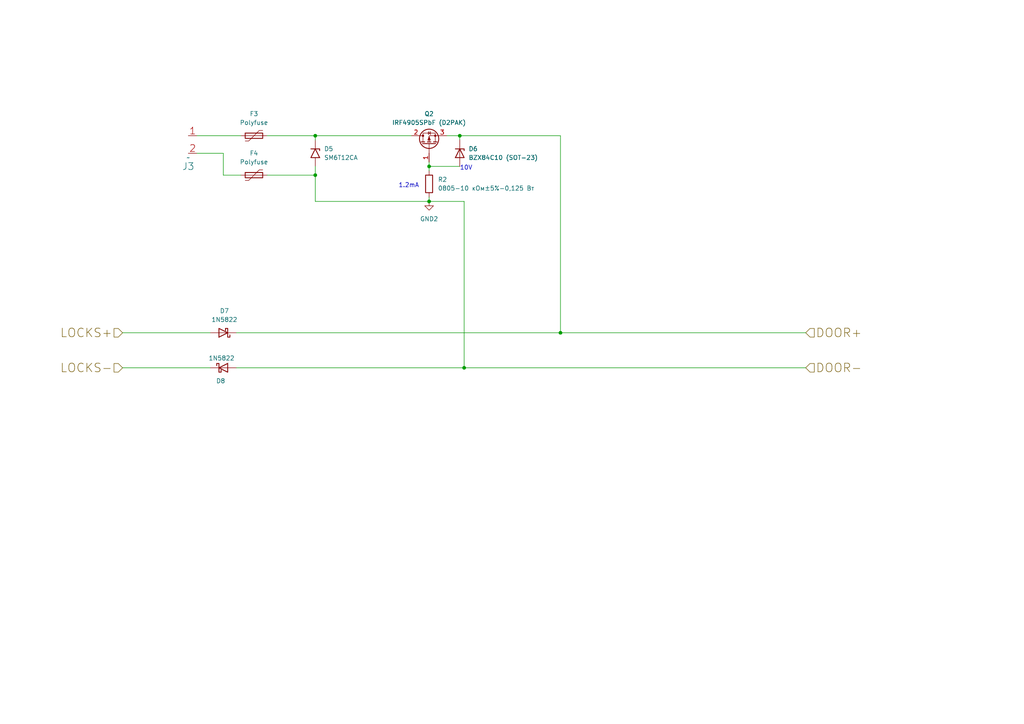
<source format=kicad_sch>
(kicad_sch (version 20231120) (generator "eeschema") (generator_version "8.0")
  (paper "A4")
  (lib_symbols
    (symbol "Connector:Conn_01x02_(wide)"
      (property "Reference" "J" (at 0 0 0))
      (symbol "Conn_01x02_(wide)_1_1"
        (pin input line (at -2.54 -5.08 0) (length 2.54) (name "") (number "1"))
        (pin input line (at -2.54 -10.16 0) (length 2.54) (name "") (number "2"))
      )
    )
    (symbol "Device:Polyfuse" (pin_numbers hide) (pin_names (offset 0))
      (property "Reference" "F" (at -2.54 0 90))
      (property "Value" "Polyfuse" (at 2.54 0 90))
      (symbol "Polyfuse_0_1"
        (rectangle (start -0.762 2.54) (end 0.762 -2.54) (stroke (width 0.254)))
        (polyline (pts (xy 0 2.54) (xy 0 -2.54)))
        (polyline (pts (xy -1.524 2.54) (xy -1.524 1.524) (xy 1.524 -1.524) (xy 1.524 -2.54)))
      )
      (symbol "Polyfuse_1_1"
        (pin passive line (at 0 3.81 270) (length 1.27) (name "~") (number "1"))
        (pin passive line (at 0 -3.81 90) (length 1.27) (name "~") (number "2"))
      )
    )
    (symbol "Device:R" (pin_numbers hide) (pin_names (offset 0))
      (property "Reference" "R" (at 2.032 0 90))
      (property "Value" "R" (at 0 0 90))
      (symbol "R_0_1"
        (rectangle (start -1.016 -2.54) (end 1.016 2.54) (stroke (width 0.254)))
      )
      (symbol "R_1_1"
        (pin passive line (at 0 3.81 270) (length 1.27) (name "~") (number "1"))
        (pin passive line (at 0 -3.81 90) (length 1.27) (name "~") (number "2"))
      )
    )
    (symbol "Diode:1N5822" (pin_numbers hide) (pin_names (offset 1.016) hide)
      (property "Reference" "D" (at 0 2.54 0))
      (property "Value" "1N5822" (at 0 -2.54 0))
      (symbol "1N5822_0_1"
        (polyline (pts (xy 1.27 0) (xy -1.27 0)))
        (polyline (pts (xy 1.27 1.27) (xy 1.27 -1.27) (xy -1.27 0) (xy 1.27 1.27)) (stroke (width 0.254)))
        (polyline (pts (xy -1.905 0.635) (xy -1.905 1.27) (xy -1.27 1.27) (xy -1.27 -1.27) (xy -0.635 -1.27) (xy -0.635 -0.635)) (stroke (width 0.254)))
      )
      (symbol "1N5822_1_1"
        (pin passive line (at -3.81 0 0) (length 2.54) (name "K") (number "1"))
        (pin passive line (at 3.81 0 180) (length 2.54) (name "A") (number "2"))
      )
    )
    (symbol "Diode:BZX84Cxx" (pin_numbers hide) (pin_names hide)
      (property "Reference" "D" (at 0 3.81 0))
      (property "Value" "BZX84Cxx" (at 0 -3.81 0))
      (symbol "BZX84Cxx_0_1"
        (polyline (pts (xy 1.27 0) (xy -1.27 0)))
        (polyline (pts (xy -1.27 -1.27) (xy -1.27 1.27) (xy -0.762 1.27)) (stroke (width 0.254)))
        (polyline (pts (xy 1.27 -1.27) (xy 1.27 1.27) (xy -1.27 0) (xy 1.27 -1.27)) (stroke (width 0.254)))
      )
      (symbol "BZX84Cxx_1_1"
        (pin passive line (at 3.81 0 180) (length 2.54) (name "A") (number "1"))
        (pin no_connect line (at 1.27 0 180) (length 2.54) hide (name "NC") (number "2"))
        (pin passive line (at -3.81 0 0) (length 2.54) (name "K") (number "3"))
      )
    )
    (symbol "Diode:SM6T12A" (pin_numbers hide) (pin_names (offset 1.016) hide)
      (property "Reference" "D" (at 0 2.54 0))
      (property "Value" "SM6T12A" (at 0 -2.54 0))
      (symbol "SM6T12A_0_1"
        (polyline (pts (xy -0.762 1.27) (xy -1.27 1.27) (xy -1.27 -1.27)) (stroke (width 0.254)))
        (polyline (pts (xy 1.27 1.27) (xy 1.27 -1.27) (xy -1.27 0) (xy 1.27 1.27)) (stroke (width 0.254)))
      )
      (symbol "SM6T12A_1_1"
        (pin passive line (at -3.81 0 0) (length 2.54) (name "A1") (number "1"))
        (pin passive line (at 3.81 0 180) (length 2.54) (name "A2") (number "2"))
      )
    )
    (symbol "Transistor_FET:IRF4905" (pin_names hide)
      (property "Reference" "Q" (at 5.08 1.905 0))
      (property "Value" "IRF4905" (at 5.08 0 0))
      (symbol "IRF4905_0_1"
        (polyline (pts (xy 0.254 0) (xy -2.54 0)))
        (polyline (pts (xy 0.254 1.905) (xy 0.254 -1.905)) (stroke (width 0.254)))
        (polyline (pts (xy 0.762 -1.27) (xy 0.762 -2.286)) (stroke (width 0.254)))
        (polyline (pts (xy 0.762 0.508) (xy 0.762 -0.508)) (stroke (width 0.254)))
        (polyline (pts (xy 0.762 2.286) (xy 0.762 1.27)) (stroke (width 0.254)))
        (polyline (pts (xy 2.54 2.54) (xy 2.54 1.778)))
        (polyline (pts (xy 2.54 -2.54) (xy 2.54 0) (xy 0.762 0)))
        (polyline (pts (xy 0.762 1.778) (xy 3.302 1.778) (xy 3.302 -1.778) (xy 0.762 -1.778)))
        (polyline (pts (xy 2.286 0) (xy 1.27 0.381) (xy 1.27 -0.381) (xy 2.286 0)) (fill (type outline)))
        (polyline (pts (xy 2.794 -0.508) (xy 2.921 -0.381) (xy 3.683 -0.381) (xy 3.81 -0.254)))
        (polyline (pts (xy 3.302 -0.381) (xy 2.921 0.254) (xy 3.683 0.254) (xy 3.302 -0.381)))
        (circle (center 1.651 0) (radius 2.794) (stroke (width 0.254)))
        (circle (center 2.54 -1.778) (radius 0.254) (fill (type outline)))
        (circle (center 2.54 1.778) (radius 0.254) (fill (type outline)))
      )
      (symbol "IRF4905_1_1"
        (pin input line (at -5.08 0 0) (length 2.54) (name "G") (number "1"))
        (pin passive line (at 2.54 5.08 270) (length 2.54) (name "D") (number "2"))
        (pin passive line (at 2.54 -5.08 90) (length 2.54) (name "S") (number "3"))
      )
    )
    (symbol "power:GND2" (power) (pin_numbers hide) (pin_names (offset 0) hide)
      (property "Value" "GND2" (at 0 -3.81 0))
      (symbol "GND2_0_1"
        (polyline (pts (xy 0 0) (xy 0 -1.27) (xy 1.27 -1.27) (xy 0 -2.54) (xy -1.27 -1.27) (xy 0 -1.27)))
      )
      (symbol "GND2_1_1"
        (pin power_in line (at 0 0 270) (length 0) (name "~") (number "1"))
      )
    )
  )
  (junction (at 124.46 48.26))
  (junction (at 133.35 39.37))
  (junction (at 91.44 50.8))
  (junction (at 124.46 58.42))
  (junction (at 134.62 106.68))
  (junction (at 91.44 39.37))
  (junction (at 162.56 96.52))
  (wire (pts (xy 124.46 58.42) (xy 124.46 57.15)))
  (wire (pts (xy 35.56 106.68) (xy 60.96 106.68)))
  (wire (pts (xy 133.35 39.37) (xy 162.56 39.37)))
  (wire (pts (xy 162.56 39.37) (xy 162.56 96.52)))
  (wire (pts (xy 129.54 39.37) (xy 133.35 39.37)))
  (wire (pts (xy 124.46 48.26) (xy 124.46 49.53)))
  (wire (pts (xy 57.15 39.37) (xy 69.85 39.37)))
  (wire (pts (xy 64.77 44.45) (xy 64.77 50.8)))
  (wire (pts (xy 124.46 58.42) (xy 134.62 58.42)))
  (wire (pts (xy 35.56 96.52) (xy 60.96 96.52)))
  (wire (pts (xy 134.62 106.68) (xy 233.68 106.68)))
  (wire (pts (xy 91.44 39.37) (xy 119.38 39.37)))
  (wire (pts (xy 91.44 58.42) (xy 124.46 58.42)))
  (wire (pts (xy 68.58 106.68) (xy 134.62 106.68)))
  (wire (pts (xy 134.62 58.42) (xy 134.62 106.68)))
  (wire (pts (xy 162.56 96.52) (xy 233.68 96.52)))
  (wire (pts (xy 91.44 50.8) (xy 91.44 58.42)))
  (wire (pts (xy 124.46 46.99) (xy 124.46 48.26)))
  (wire (pts (xy 91.44 50.8) (xy 91.44 48.26)))
  (wire (pts (xy 133.35 39.37) (xy 133.35 40.64)))
  (wire (pts (xy 77.47 39.37) (xy 91.44 39.37)))
  (wire (pts (xy 57.15 44.45) (xy 64.77 44.45)))
  (wire (pts (xy 91.44 40.64) (xy 91.44 39.37)))
  (wire (pts (xy 68.58 96.52) (xy 162.56 96.52)))
  (wire (pts (xy 77.47 50.8) (xy 91.44 50.8)))
  (wire (pts (xy 133.35 48.26) (xy 124.46 48.26)))
  (wire (pts (xy 64.77 50.8) (xy 69.85 50.8)))
  (text "10V" (at 133.35 49.53 0) (effects (font (size 1.27 1.27)) (justify left bottom)))
  (text "1.2mA" (at 115.57 54.61 0) (effects (font (size 1.27 1.27)) (justify left bottom)))
  (hierarchical_label "LOCKS-" (shape input) (at 35.56 106.68 180) (effects (font (size 2.5 2.5))))
  (hierarchical_label "DOOR+" (shape input) (at 233.68 96.52 0) (effects (font (size 2.5 2.5))))
  (hierarchical_label "LOCKS+" (shape input) (at 35.56 96.52 180) (effects (font (size 2.5 2.5))))
  (hierarchical_label "DOOR-" (shape input) (at 233.68 106.68 0) (effects (font (size 2.5 2.5))))
  (symbol (lib_id "Connector:Conn_01x02_(wide)") (at 54.61 34.29 0) (mirror y) (unit 1)
    (property "Reference" "J2" (at 54.61 48.26 0) (effects (font (size 2 2))))
    (property "Value" "~" (at 54.61 45.72 0))
    (instances (project "Узел Питания и управления" (path "" (reference "J3") (unit 1)) (path "" (reference "J6") (unit 1)) (path "" (reference "J5") (unit 1)) (path "" (reference "J2") (unit 1)) (path "" (reference "J4") (unit 1)) (path "" (reference "J7") (unit 1))))
  )
  (symbol (lib_id "Transistor_FET:IRF4905") (at 124.46 41.91 90) (unit 1)
    (property "Reference" "Q1" (at 124.46 33.02 90))
    (property "Value" "IRF4905SPbF (D2PAK)" (at 124.46 35.56 90))
    (property "Footprint" "Package_TO_SOT_SMD:TO-263-2" (effects (hide yes)))
    (property "Datasheet" "http://www.infineon.com/dgdl/irf4905.pdf?fileId=5546d462533600a4015355e32165197c" (effects (hide yes)))
    (property "Description" "-74A Id, -55V Vds, Single P-Channel HEXFET Power MOSFET, 20mOhm Ron, TO-220AB" (effects (hide yes)))
    (instances (project "Узел Питания и управления" (path "" (reference "Q2") (unit 1)) (path "" (reference "Q5") (unit 1)) (path "" (reference "Q4") (unit 1)) (path "" (reference "Q1") (unit 1)) (path "" (reference "Q3") (unit 1)) (path "" (reference "Q6") (unit 1))))
  )
  (symbol (lib_id "Device:Polyfuse") (at 73.66 39.37 90) (unit 1)
    (property "Reference" "F3" (at 73.66 33.02 90))
    (property "Value" "Polyfuse" (at 73.66 35.56 90))
    (property "Description" "Resettable fuse, polymeric positive temperature coefficient" (effects (hide yes)))
    (instances (project "Узел Питания и управления" (path "" (reference "F3") (unit 1)) (path "" (reference "F9") (unit 1)) (path "" (reference "F7") (unit 1)) (path "" (reference "F5") (unit 1)) (path "" (reference "F11") (unit 1))))
  )
  (symbol (lib_id "Diode:BZX84Cxx") (at 133.35 44.45 270) (unit 1)
    (property "Reference" "D3" (at 135.89 43.18 90) (effects (justify left)))
    (property "Value" "BZX84C10 (SOT-23)" (at 135.89 45.72 90) (effects (justify left)))
    (property "Footprint" "Package_TO_SOT_SMD:SOT-23" (effects (hide yes)))
    (property "Datasheet" "https://diotec.com/tl_files/diotec/files/pdf/datasheets/bzx84c2v4.pdf" (effects (hide yes)))
    (property "Description" "300mW Zener Diode, SOT-23" (effects (hide yes)))
    (instances (project "Узел Питания и управления" (path "" (reference "D6") (unit 1)) (path "" (reference "D18") (unit 1)) (path "" (reference "D14") (unit 1)) (path "" (reference "D3") (unit 1)) (path "" (reference "D10") (unit 1)) (path "" (reference "D22") (unit 1))))
  )
  (symbol (lib_id "Device:R") (at 124.46 53.34 0) (unit 1)
    (property "Reference" "R1" (at 127 52.07 0) (effects (justify left)))
    (property "Value" "0805-10 кОм±5%-0,125 Вт" (at 127 54.61 0) (effects (justify left)))
    (property "Footprint" "Resistor_SMD:R_0805_2012Metric" (effects (hide yes)))
    (property "Description" "Resistor" (effects (hide yes)))
    (instances (project "Узел Питания и управления" (path "" (reference "R2") (unit 1)) (path "" (reference "R5") (unit 1)) (path "" (reference "R4") (unit 1)) (path "" (reference "R1") (unit 1)) (path "" (reference "R3") (unit 1)) (path "" (reference "R6") (unit 1))))
  )
  (symbol (lib_id "Diode:SM6T12A") (at 91.44 44.45 270) (unit 1)
    (property "Reference" "D5" (at 93.98 43.1799 90) (effects (justify left)))
    (property "Value" "SM6T12CA" (at 93.98 45.7199 90) (effects (justify left)))
    (property "Footprint" "Diode_SMD:D_SMB" (effects (hide yes)))
    (property "Datasheet" "https://www.st.com/resource/en/datasheet/sm6t.pdf" (effects (hide yes)))
    (property "Description" "600W unidirectional Transil Transient Voltage Suppressor, 12Vrwm, DO-214AA" (effects (hide yes)))
    (instances (project "Узел Питания и управления" (path "" (reference "D5") (unit 1)) (path "" (reference "D17") (unit 1)) (path "" (reference "D13") (unit 1)) (path "" (reference "D9") (unit 1)) (path "" (reference "D21") (unit 1))))
  )
  (symbol (lib_id "Device:Polyfuse") (at 73.66 50.8 90) (unit 1)
    (property "Reference" "F2" (at 73.66 44.45 90))
    (property "Value" "Polyfuse" (at 73.66 46.99 90))
    (property "Description" "Resettable fuse, polymeric positive temperature coefficient" (effects (hide yes)))
    (instances (project "Узел Питания и управления" (path "" (reference "F4") (unit 1)) (path "" (reference "F10") (unit 1)) (path "" (reference "F8") (unit 1)) (path "" (reference "F2") (unit 1)) (path "" (reference "F6") (unit 1)) (path "" (reference "F12") (unit 1))))
  )
  (symbol (lib_id "Diode:1N5822") (at 64.77 106.68 0) (unit 1)
    (property "Reference" "D2" (at 64.008 110.49 0))
    (property "Value" "1N5822" (at 64.262 103.886 0))
    (property "Footprint" "Diode_THT:D_DO-201AD_P15.24mm_Horizontal" (effects (hide yes)))
    (property "Datasheet" "http://www.vishay.com/docs/88526/1n5820.pdf" (effects (hide yes)))
    (property "Description" "40V 3A Schottky Barrier Rectifier Diode, DO-201AD" (effects (hide yes)))
    (instances (project "Узел Питания и управления" (path "" (reference "D8") (unit 1)) (path "" (reference "D20") (unit 1)) (path "" (reference "D16") (unit 1)) (path "" (reference "D2") (unit 1)) (path "" (reference "D12") (unit 1)) (path "" (reference "D24") (unit 1))))
  )
  (symbol (lib_id "power:GND2") (at 124.46 58.42 0) (unit 1)
    (property "Reference" "#PWR02" (effects (hide yes)))
    (property "Value" "GND2" (at 124.46 63.5 0))
    (property "Description" "Power symbol creates a global label with name \"GND2\" , ground" (effects (hide yes)))
    (instances (project "Узел Питания и управления" (path "" (reference "#PWR03") (unit 1)) (path "" (reference "#PWR06") (unit 1)) (path "" (reference "#PWR05") (unit 1)) (path "" (reference "#PWR02") (unit 1)) (path "" (reference "#PWR04") (unit 1)) (path "" (reference "#PWR07") (unit 1))))
  )
  (symbol (lib_id "Diode:1N5822") (at 64.77 96.52 180) (unit 1)
    (property "Reference" "D1" (at 65.0875 90.17 0))
    (property "Value" "1N5822" (at 65.0875 92.71 0))
    (property "Footprint" "Diode_THT:D_DO-201AD_P15.24mm_Horizontal" (effects (hide yes)))
    (property "Datasheet" "http://www.vishay.com/docs/88526/1n5820.pdf" (effects (hide yes)))
    (property "Description" "40V 3A Schottky Barrier Rectifier Diode, DO-201AD" (effects (hide yes)))
    (instances (project "Узел Питания и управления" (path "" (reference "D7") (unit 1)) (path "" (reference "D19") (unit 1)) (path "" (reference "D15") (unit 1)) (path "" (reference "D1") (unit 1)) (path "" (reference "D11") (unit 1)) (path "" (reference "D23") (unit 1))))
  )
)
</source>
